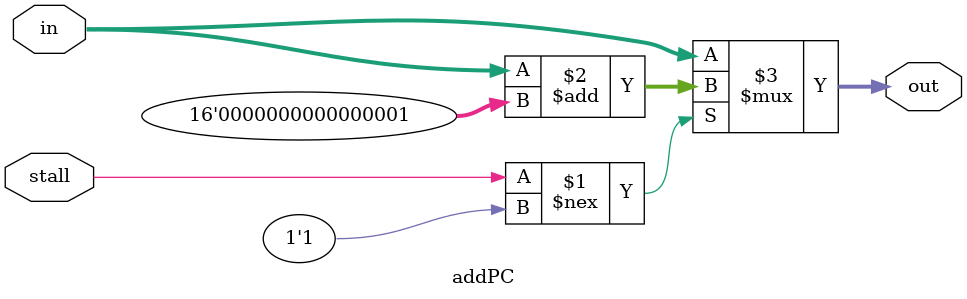
<source format=v>
module addPC(in, out, stall);
    input[15:0] in;
    input stall;
    output[15:0] out;
    
    assign out = (stall!==1'b1)? in + 16'b0000000000000001 : in;
    
endmodule

</source>
